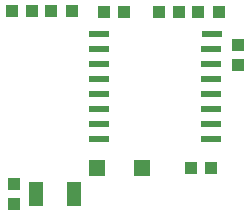
<source format=gtp>
G75*
%MOIN*%
%OFA0B0*%
%FSLAX25Y25*%
%IPPOS*%
%LPD*%
%AMOC8*
5,1,8,0,0,1.08239X$1,22.5*
%
%ADD10R,0.06657X0.02252*%
%ADD11R,0.05512X0.05512*%
%ADD12R,0.03937X0.04331*%
%ADD13R,0.04331X0.03937*%
%ADD14R,0.04724X0.07874*%
%ADD15R,0.03937X0.03937*%
D10*
X0128812Y0118901D03*
X0128812Y0123901D03*
X0128812Y0128901D03*
X0128812Y0133901D03*
X0128812Y0138901D03*
X0128812Y0143901D03*
X0128812Y0148901D03*
X0128812Y0153901D03*
X0166572Y0153901D03*
X0166375Y0148901D03*
X0166375Y0143901D03*
X0166375Y0138901D03*
X0166375Y0133901D03*
X0166375Y0128901D03*
X0166375Y0123901D03*
X0166375Y0118901D03*
D11*
X0143314Y0109346D03*
X0128353Y0109346D03*
D12*
X0100571Y0097257D03*
X0100571Y0103950D03*
X0175253Y0143659D03*
X0175253Y0150352D03*
X0155570Y0161533D03*
X0148877Y0161533D03*
X0106600Y0161665D03*
X0099907Y0161665D03*
D13*
X0130587Y0161525D03*
X0137280Y0161525D03*
X0159524Y0109317D03*
X0166217Y0109317D03*
D14*
X0120473Y0100701D03*
X0107874Y0100701D03*
D15*
X0113021Y0161665D03*
X0119926Y0161665D03*
X0162071Y0161533D03*
X0168976Y0161533D03*
M02*

</source>
